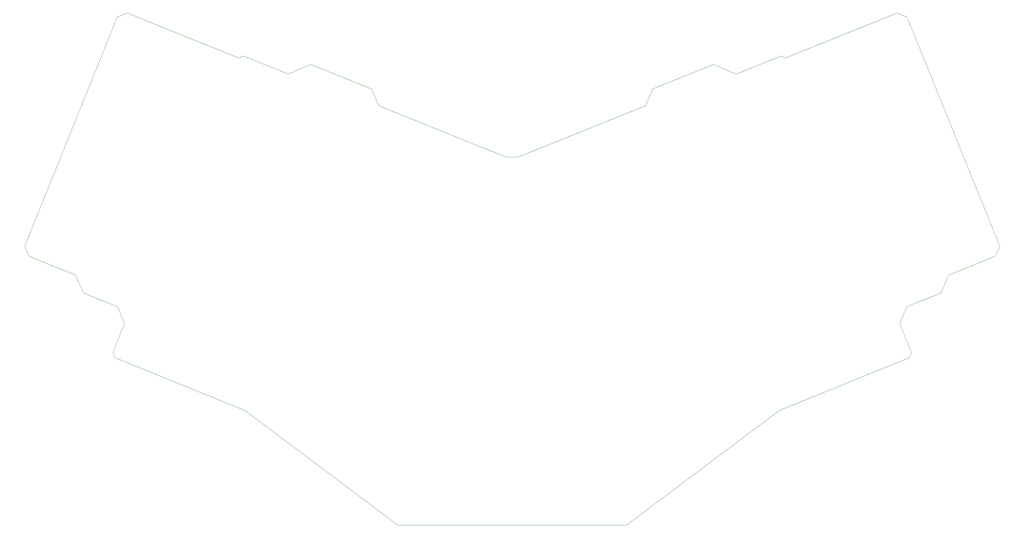
<source format=gbr>
G04 #@! TF.GenerationSoftware,KiCad,Pcbnew,(5.1.4)-1*
G04 #@! TF.CreationDate,2023-10-04T20:40:26-04:00*
G04 #@! TF.ProjectId,ThumbsUp,5468756d-6273-4557-902e-6b696361645f,rev?*
G04 #@! TF.SameCoordinates,Original*
G04 #@! TF.FileFunction,Profile,NP*
%FSLAX46Y46*%
G04 Gerber Fmt 4.6, Leading zero omitted, Abs format (unit mm)*
G04 Created by KiCad (PCBNEW (5.1.4)-1) date 2023-10-04 20:40:26*
%MOMM*%
%LPD*%
G04 APERTURE LIST*
%ADD10C,0.050000*%
G04 APERTURE END LIST*
D10*
X-282146913Y-392208545D02*
X-264530420Y-385091019D01*
X-196539888Y-446060910D02*
X-197755558Y-448924849D01*
X-245040893Y-382609413D02*
X-243739103Y-383161991D01*
X-211473105Y-370125681D02*
X-243739103Y-383161991D01*
X-264530420Y-385091019D02*
X-258021467Y-387853906D01*
X-311100000Y-407900000D02*
X-321093366Y-411934512D01*
X-211473105Y-370125681D02*
X-208609166Y-371341351D01*
X-197755558Y-448924849D02*
X-198750197Y-451268072D01*
X-284191449Y-397025169D02*
X-311100000Y-407900000D01*
X-183003004Y-440591654D02*
X-196539888Y-446060910D01*
X-181787334Y-437727715D02*
X-208609166Y-371341351D01*
X-258021467Y-387853906D02*
X-245040893Y-382609413D01*
X-181787334Y-437727715D02*
X-183003004Y-440591654D01*
X-282146913Y-392208545D02*
X-284191449Y-397025169D01*
X-361415283Y-397025169D02*
X-334506732Y-407900000D01*
X-334506732Y-407900000D02*
X-324513366Y-411934512D01*
X-321093366Y-411934512D02*
X-324513366Y-411934512D01*
X-363459819Y-392208545D02*
X-381076312Y-385091019D01*
X-437636959Y-470092509D02*
X-400086013Y-485264076D01*
X-449066844Y-446060910D02*
X-447851174Y-448924849D01*
X-400565839Y-382609413D02*
X-401867629Y-383161991D01*
X-434133627Y-370125681D02*
X-401867629Y-383161991D01*
X-434133627Y-370125681D02*
X-436997566Y-371341351D01*
X-363459819Y-392208545D02*
X-361415283Y-397025169D01*
X-436935668Y-455276363D02*
X-434891132Y-460092987D01*
X-381076312Y-385091019D02*
X-387585265Y-387853906D01*
X-447851174Y-448924849D02*
X-446856535Y-451268072D01*
X-434891132Y-460092987D02*
X-438300052Y-468530360D01*
X-446856535Y-451268072D02*
X-436935668Y-455276363D01*
X-463819398Y-437727715D02*
X-462603728Y-440591654D01*
X-462603728Y-440591654D02*
X-449066844Y-446060910D01*
X-463819398Y-437727715D02*
X-436997566Y-371341351D01*
X-438300052Y-468530360D02*
X-437636959Y-470092509D01*
X-387585265Y-387853906D02*
X-400565839Y-382609413D01*
X-400086013Y-485264076D02*
X-355838551Y-518564258D01*
X-207306680Y-468530360D02*
X-207969773Y-470092509D01*
X-207969773Y-470092509D02*
X-245520719Y-485264076D01*
X-245520719Y-485264076D02*
X-289768181Y-518564258D01*
X-210715600Y-460092987D02*
X-207306680Y-468530360D01*
X-208671064Y-455276363D02*
X-210715600Y-460092987D01*
X-198750197Y-451268072D02*
X-208671064Y-455276363D01*
X-355838551Y-518564258D02*
X-289768181Y-518564258D01*
M02*

</source>
